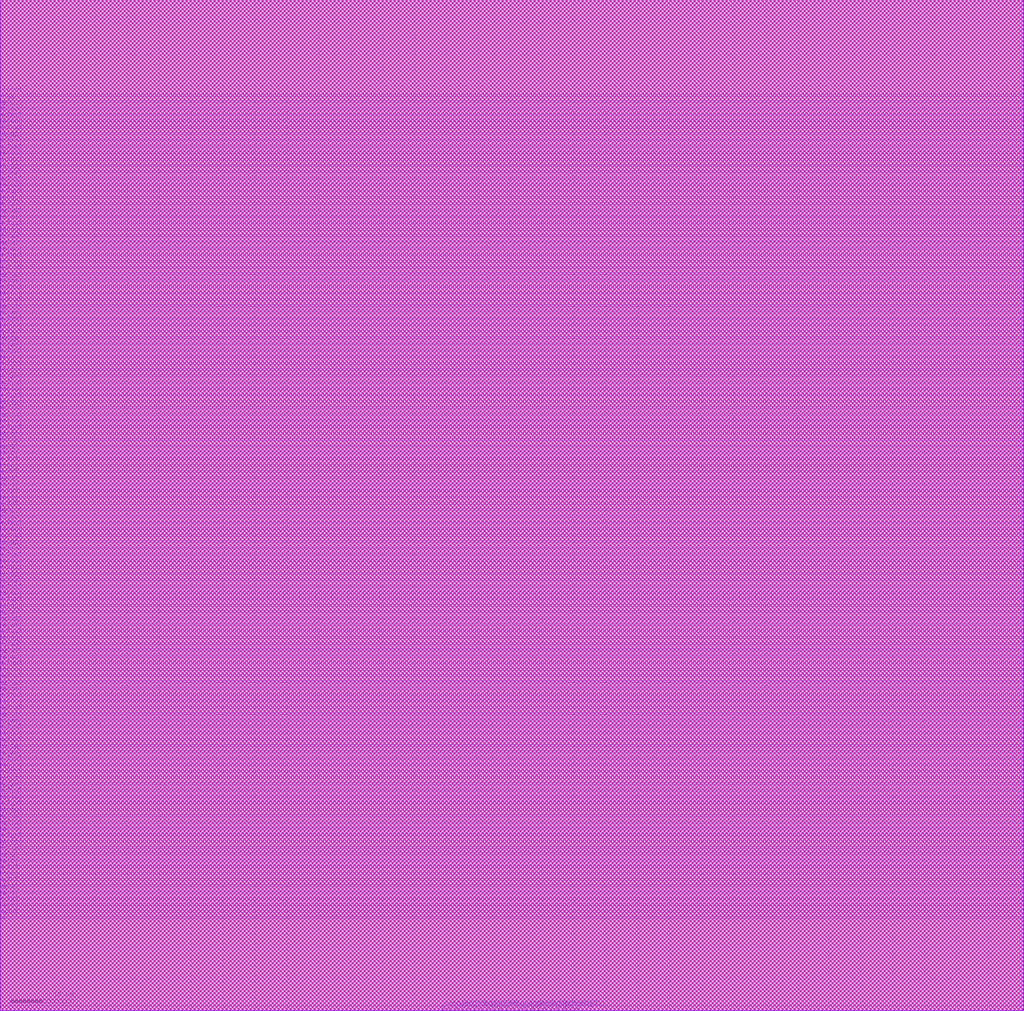
<source format=lef>
##
## LEF for PtnCells ;
## created by Innovus v15.23-s045_1 on Mon Mar 10 10:44:14 2025
##

VERSION 5.8 ;

BUSBITCHARS "[]" ;
DIVIDERCHAR "/" ;

MACRO mac_8in
  CLASS BLOCK ;
  SIZE 160.6000 BY 158.6000 ;
  FOREIGN mac_8in 0.0000 0.0000 ;
  ORIGIN 0 0 ;
  SYMMETRY X Y R90 ;
  PIN out[21]
    DIRECTION OUTPUT ;
    USE SIGNAL ;
    PORT
      LAYER M3 ;
        RECT 90.4500 0.0000 90.5500 0.6000 ;
    END
  END out[21]
  PIN out[20]
    DIRECTION OUTPUT ;
    USE SIGNAL ;
    PORT
      LAYER M3 ;
        RECT 89.4500 0.0000 89.5500 0.6000 ;
    END
  END out[20]
  PIN out[19]
    DIRECTION OUTPUT ;
    USE SIGNAL ;
    PORT
      LAYER M3 ;
        RECT 88.4500 0.0000 88.5500 0.6000 ;
    END
  END out[19]
  PIN out[18]
    DIRECTION OUTPUT ;
    USE SIGNAL ;
    PORT
      LAYER M3 ;
        RECT 87.4500 0.0000 87.5500 0.6000 ;
    END
  END out[18]
  PIN out[17]
    DIRECTION OUTPUT ;
    USE SIGNAL ;
    PORT
      LAYER M3 ;
        RECT 86.4500 0.0000 86.5500 0.6000 ;
    END
  END out[17]
  PIN out[16]
    DIRECTION OUTPUT ;
    USE SIGNAL ;
    PORT
      LAYER M3 ;
        RECT 85.4500 0.0000 85.5500 0.6000 ;
    END
  END out[16]
  PIN out[15]
    DIRECTION OUTPUT ;
    USE SIGNAL ;
    PORT
      LAYER M3 ;
        RECT 84.4500 0.0000 84.5500 0.6000 ;
    END
  END out[15]
  PIN out[14]
    DIRECTION OUTPUT ;
    USE SIGNAL ;
    PORT
      LAYER M3 ;
        RECT 83.4500 0.0000 83.5500 0.6000 ;
    END
  END out[14]
  PIN out[13]
    DIRECTION OUTPUT ;
    USE SIGNAL ;
    PORT
      LAYER M3 ;
        RECT 82.4500 0.0000 82.5500 0.6000 ;
    END
  END out[13]
  PIN out[12]
    DIRECTION OUTPUT ;
    USE SIGNAL ;
    PORT
      LAYER M3 ;
        RECT 81.4500 0.0000 81.5500 0.6000 ;
    END
  END out[12]
  PIN out[11]
    DIRECTION OUTPUT ;
    USE SIGNAL ;
    PORT
      LAYER M3 ;
        RECT 80.4500 0.0000 80.5500 0.6000 ;
    END
  END out[11]
  PIN out[10]
    DIRECTION OUTPUT ;
    USE SIGNAL ;
    PORT
      LAYER M3 ;
        RECT 79.4500 0.0000 79.5500 0.6000 ;
    END
  END out[10]
  PIN out[9]
    DIRECTION OUTPUT ;
    USE SIGNAL ;
    PORT
      LAYER M3 ;
        RECT 78.4500 0.0000 78.5500 0.6000 ;
    END
  END out[9]
  PIN out[8]
    DIRECTION OUTPUT ;
    USE SIGNAL ;
    PORT
      LAYER M3 ;
        RECT 77.4500 0.0000 77.5500 0.6000 ;
    END
  END out[8]
  PIN out[7]
    DIRECTION OUTPUT ;
    USE SIGNAL ;
    PORT
      LAYER M3 ;
        RECT 76.4500 0.0000 76.5500 0.6000 ;
    END
  END out[7]
  PIN out[6]
    DIRECTION OUTPUT ;
    USE SIGNAL ;
    PORT
      LAYER M3 ;
        RECT 75.4500 0.0000 75.5500 0.6000 ;
    END
  END out[6]
  PIN out[5]
    DIRECTION OUTPUT ;
    USE SIGNAL ;
    PORT
      LAYER M3 ;
        RECT 74.4500 0.0000 74.5500 0.6000 ;
    END
  END out[5]
  PIN out[4]
    DIRECTION OUTPUT ;
    USE SIGNAL ;
    PORT
      LAYER M3 ;
        RECT 73.4500 0.0000 73.5500 0.6000 ;
    END
  END out[4]
  PIN out[3]
    DIRECTION OUTPUT ;
    USE SIGNAL ;
    PORT
      LAYER M3 ;
        RECT 72.4500 0.0000 72.5500 0.6000 ;
    END
  END out[3]
  PIN out[2]
    DIRECTION OUTPUT ;
    USE SIGNAL ;
    PORT
      LAYER M3 ;
        RECT 71.4500 0.0000 71.5500 0.6000 ;
    END
  END out[2]
  PIN out[1]
    DIRECTION OUTPUT ;
    USE SIGNAL ;
    PORT
      LAYER M3 ;
        RECT 70.4500 0.0000 70.5500 0.6000 ;
    END
  END out[1]
  PIN out[0]
    DIRECTION OUTPUT ;
    USE SIGNAL ;
    PORT
      LAYER M3 ;
        RECT 69.4500 0.0000 69.5500 0.6000 ;
    END
  END out[0]
  PIN a[63]
    DIRECTION INPUT ;
    USE SIGNAL ;
    PORT
      LAYER M3 ;
        RECT 0.0000 77.5500 0.6000 77.6500 ;
    END
  END a[63]
  PIN a[62]
    DIRECTION INPUT ;
    USE SIGNAL ;
    PORT
      LAYER M3 ;
        RECT 0.0000 76.5500 0.6000 76.6500 ;
    END
  END a[62]
  PIN a[61]
    DIRECTION INPUT ;
    USE SIGNAL ;
    PORT
      LAYER M3 ;
        RECT 0.0000 75.5500 0.6000 75.6500 ;
    END
  END a[61]
  PIN a[60]
    DIRECTION INPUT ;
    USE SIGNAL ;
    PORT
      LAYER M3 ;
        RECT 0.0000 74.5500 0.6000 74.6500 ;
    END
  END a[60]
  PIN a[59]
    DIRECTION INPUT ;
    USE SIGNAL ;
    PORT
      LAYER M3 ;
        RECT 0.0000 73.5500 0.6000 73.6500 ;
    END
  END a[59]
  PIN a[58]
    DIRECTION INPUT ;
    USE SIGNAL ;
    PORT
      LAYER M3 ;
        RECT 0.0000 72.5500 0.6000 72.6500 ;
    END
  END a[58]
  PIN a[57]
    DIRECTION INPUT ;
    USE SIGNAL ;
    PORT
      LAYER M3 ;
        RECT 0.0000 71.5500 0.6000 71.6500 ;
    END
  END a[57]
  PIN a[56]
    DIRECTION INPUT ;
    USE SIGNAL ;
    PORT
      LAYER M3 ;
        RECT 0.0000 70.5500 0.6000 70.6500 ;
    END
  END a[56]
  PIN a[55]
    DIRECTION INPUT ;
    USE SIGNAL ;
    PORT
      LAYER M3 ;
        RECT 0.0000 69.5500 0.6000 69.6500 ;
    END
  END a[55]
  PIN a[54]
    DIRECTION INPUT ;
    USE SIGNAL ;
    PORT
      LAYER M3 ;
        RECT 0.0000 68.5500 0.6000 68.6500 ;
    END
  END a[54]
  PIN a[53]
    DIRECTION INPUT ;
    USE SIGNAL ;
    PORT
      LAYER M3 ;
        RECT 0.0000 67.5500 0.6000 67.6500 ;
    END
  END a[53]
  PIN a[52]
    DIRECTION INPUT ;
    USE SIGNAL ;
    PORT
      LAYER M3 ;
        RECT 0.0000 66.5500 0.6000 66.6500 ;
    END
  END a[52]
  PIN a[51]
    DIRECTION INPUT ;
    USE SIGNAL ;
    PORT
      LAYER M3 ;
        RECT 0.0000 65.5500 0.6000 65.6500 ;
    END
  END a[51]
  PIN a[50]
    DIRECTION INPUT ;
    USE SIGNAL ;
    PORT
      LAYER M3 ;
        RECT 0.0000 64.5500 0.6000 64.6500 ;
    END
  END a[50]
  PIN a[49]
    DIRECTION INPUT ;
    USE SIGNAL ;
    PORT
      LAYER M3 ;
        RECT 0.0000 63.5500 0.6000 63.6500 ;
    END
  END a[49]
  PIN a[48]
    DIRECTION INPUT ;
    USE SIGNAL ;
    PORT
      LAYER M3 ;
        RECT 0.0000 62.5500 0.6000 62.6500 ;
    END
  END a[48]
  PIN a[47]
    DIRECTION INPUT ;
    USE SIGNAL ;
    PORT
      LAYER M3 ;
        RECT 0.0000 61.5500 0.6000 61.6500 ;
    END
  END a[47]
  PIN a[46]
    DIRECTION INPUT ;
    USE SIGNAL ;
    PORT
      LAYER M3 ;
        RECT 0.0000 60.5500 0.6000 60.6500 ;
    END
  END a[46]
  PIN a[45]
    DIRECTION INPUT ;
    USE SIGNAL ;
    PORT
      LAYER M3 ;
        RECT 0.0000 59.5500 0.6000 59.6500 ;
    END
  END a[45]
  PIN a[44]
    DIRECTION INPUT ;
    USE SIGNAL ;
    PORT
      LAYER M3 ;
        RECT 0.0000 58.5500 0.6000 58.6500 ;
    END
  END a[44]
  PIN a[43]
    DIRECTION INPUT ;
    USE SIGNAL ;
    PORT
      LAYER M3 ;
        RECT 0.0000 57.5500 0.6000 57.6500 ;
    END
  END a[43]
  PIN a[42]
    DIRECTION INPUT ;
    USE SIGNAL ;
    PORT
      LAYER M3 ;
        RECT 0.0000 56.5500 0.6000 56.6500 ;
    END
  END a[42]
  PIN a[41]
    DIRECTION INPUT ;
    USE SIGNAL ;
    PORT
      LAYER M3 ;
        RECT 0.0000 55.5500 0.6000 55.6500 ;
    END
  END a[41]
  PIN a[40]
    DIRECTION INPUT ;
    USE SIGNAL ;
    PORT
      LAYER M3 ;
        RECT 0.0000 54.5500 0.6000 54.6500 ;
    END
  END a[40]
  PIN a[39]
    DIRECTION INPUT ;
    USE SIGNAL ;
    PORT
      LAYER M3 ;
        RECT 0.0000 53.5500 0.6000 53.6500 ;
    END
  END a[39]
  PIN a[38]
    DIRECTION INPUT ;
    USE SIGNAL ;
    PORT
      LAYER M3 ;
        RECT 0.0000 52.5500 0.6000 52.6500 ;
    END
  END a[38]
  PIN a[37]
    DIRECTION INPUT ;
    USE SIGNAL ;
    PORT
      LAYER M3 ;
        RECT 0.0000 51.5500 0.6000 51.6500 ;
    END
  END a[37]
  PIN a[36]
    DIRECTION INPUT ;
    USE SIGNAL ;
    PORT
      LAYER M3 ;
        RECT 0.0000 50.5500 0.6000 50.6500 ;
    END
  END a[36]
  PIN a[35]
    DIRECTION INPUT ;
    USE SIGNAL ;
    PORT
      LAYER M3 ;
        RECT 0.0000 49.5500 0.6000 49.6500 ;
    END
  END a[35]
  PIN a[34]
    DIRECTION INPUT ;
    USE SIGNAL ;
    PORT
      LAYER M3 ;
        RECT 0.0000 48.5500 0.6000 48.6500 ;
    END
  END a[34]
  PIN a[33]
    DIRECTION INPUT ;
    USE SIGNAL ;
    PORT
      LAYER M3 ;
        RECT 0.0000 47.5500 0.6000 47.6500 ;
    END
  END a[33]
  PIN a[32]
    DIRECTION INPUT ;
    USE SIGNAL ;
    PORT
      LAYER M3 ;
        RECT 0.0000 46.5500 0.6000 46.6500 ;
    END
  END a[32]
  PIN a[31]
    DIRECTION INPUT ;
    USE SIGNAL ;
    PORT
      LAYER M3 ;
        RECT 0.0000 45.5500 0.6000 45.6500 ;
    END
  END a[31]
  PIN a[30]
    DIRECTION INPUT ;
    USE SIGNAL ;
    PORT
      LAYER M3 ;
        RECT 0.0000 44.5500 0.6000 44.6500 ;
    END
  END a[30]
  PIN a[29]
    DIRECTION INPUT ;
    USE SIGNAL ;
    PORT
      LAYER M3 ;
        RECT 0.0000 43.5500 0.6000 43.6500 ;
    END
  END a[29]
  PIN a[28]
    DIRECTION INPUT ;
    USE SIGNAL ;
    PORT
      LAYER M3 ;
        RECT 0.0000 42.5500 0.6000 42.6500 ;
    END
  END a[28]
  PIN a[27]
    DIRECTION INPUT ;
    USE SIGNAL ;
    PORT
      LAYER M3 ;
        RECT 0.0000 41.5500 0.6000 41.6500 ;
    END
  END a[27]
  PIN a[26]
    DIRECTION INPUT ;
    USE SIGNAL ;
    PORT
      LAYER M3 ;
        RECT 0.0000 40.5500 0.6000 40.6500 ;
    END
  END a[26]
  PIN a[25]
    DIRECTION INPUT ;
    USE SIGNAL ;
    PORT
      LAYER M3 ;
        RECT 0.0000 39.5500 0.6000 39.6500 ;
    END
  END a[25]
  PIN a[24]
    DIRECTION INPUT ;
    USE SIGNAL ;
    PORT
      LAYER M3 ;
        RECT 0.0000 38.5500 0.6000 38.6500 ;
    END
  END a[24]
  PIN a[23]
    DIRECTION INPUT ;
    USE SIGNAL ;
    PORT
      LAYER M3 ;
        RECT 0.0000 37.5500 0.6000 37.6500 ;
    END
  END a[23]
  PIN a[22]
    DIRECTION INPUT ;
    USE SIGNAL ;
    PORT
      LAYER M3 ;
        RECT 0.0000 36.5500 0.6000 36.6500 ;
    END
  END a[22]
  PIN a[21]
    DIRECTION INPUT ;
    USE SIGNAL ;
    PORT
      LAYER M3 ;
        RECT 0.0000 35.5500 0.6000 35.6500 ;
    END
  END a[21]
  PIN a[20]
    DIRECTION INPUT ;
    USE SIGNAL ;
    PORT
      LAYER M3 ;
        RECT 0.0000 34.5500 0.6000 34.6500 ;
    END
  END a[20]
  PIN a[19]
    DIRECTION INPUT ;
    USE SIGNAL ;
    PORT
      LAYER M3 ;
        RECT 0.0000 33.5500 0.6000 33.6500 ;
    END
  END a[19]
  PIN a[18]
    DIRECTION INPUT ;
    USE SIGNAL ;
    PORT
      LAYER M3 ;
        RECT 0.0000 32.5500 0.6000 32.6500 ;
    END
  END a[18]
  PIN a[17]
    DIRECTION INPUT ;
    USE SIGNAL ;
    PORT
      LAYER M3 ;
        RECT 0.0000 31.5500 0.6000 31.6500 ;
    END
  END a[17]
  PIN a[16]
    DIRECTION INPUT ;
    USE SIGNAL ;
    PORT
      LAYER M3 ;
        RECT 0.0000 30.5500 0.6000 30.6500 ;
    END
  END a[16]
  PIN a[15]
    DIRECTION INPUT ;
    USE SIGNAL ;
    PORT
      LAYER M3 ;
        RECT 0.0000 29.5500 0.6000 29.6500 ;
    END
  END a[15]
  PIN a[14]
    DIRECTION INPUT ;
    USE SIGNAL ;
    PORT
      LAYER M3 ;
        RECT 0.0000 28.5500 0.6000 28.6500 ;
    END
  END a[14]
  PIN a[13]
    DIRECTION INPUT ;
    USE SIGNAL ;
    PORT
      LAYER M3 ;
        RECT 0.0000 27.5500 0.6000 27.6500 ;
    END
  END a[13]
  PIN a[12]
    DIRECTION INPUT ;
    USE SIGNAL ;
    PORT
      LAYER M3 ;
        RECT 0.0000 26.5500 0.6000 26.6500 ;
    END
  END a[12]
  PIN a[11]
    DIRECTION INPUT ;
    USE SIGNAL ;
    PORT
      LAYER M3 ;
        RECT 0.0000 25.5500 0.6000 25.6500 ;
    END
  END a[11]
  PIN a[10]
    DIRECTION INPUT ;
    USE SIGNAL ;
    PORT
      LAYER M3 ;
        RECT 0.0000 24.5500 0.6000 24.6500 ;
    END
  END a[10]
  PIN a[9]
    DIRECTION INPUT ;
    USE SIGNAL ;
    PORT
      LAYER M3 ;
        RECT 0.0000 23.5500 0.6000 23.6500 ;
    END
  END a[9]
  PIN a[8]
    DIRECTION INPUT ;
    USE SIGNAL ;
    PORT
      LAYER M3 ;
        RECT 0.0000 22.5500 0.6000 22.6500 ;
    END
  END a[8]
  PIN a[7]
    DIRECTION INPUT ;
    USE SIGNAL ;
    PORT
      LAYER M3 ;
        RECT 0.0000 21.5500 0.6000 21.6500 ;
    END
  END a[7]
  PIN a[6]
    DIRECTION INPUT ;
    USE SIGNAL ;
    PORT
      LAYER M3 ;
        RECT 0.0000 20.5500 0.6000 20.6500 ;
    END
  END a[6]
  PIN a[5]
    DIRECTION INPUT ;
    USE SIGNAL ;
    PORT
      LAYER M3 ;
        RECT 0.0000 19.5500 0.6000 19.6500 ;
    END
  END a[5]
  PIN a[4]
    DIRECTION INPUT ;
    USE SIGNAL ;
    PORT
      LAYER M3 ;
        RECT 0.0000 18.5500 0.6000 18.6500 ;
    END
  END a[4]
  PIN a[3]
    DIRECTION INPUT ;
    USE SIGNAL ;
    PORT
      LAYER M3 ;
        RECT 0.0000 17.5500 0.6000 17.6500 ;
    END
  END a[3]
  PIN a[2]
    DIRECTION INPUT ;
    USE SIGNAL ;
    PORT
      LAYER M3 ;
        RECT 0.0000 16.5500 0.6000 16.6500 ;
    END
  END a[2]
  PIN a[1]
    DIRECTION INPUT ;
    USE SIGNAL ;
    PORT
      LAYER M3 ;
        RECT 0.0000 15.5500 0.6000 15.6500 ;
    END
  END a[1]
  PIN a[0]
    DIRECTION INPUT ;
    USE SIGNAL ;
    PORT
      LAYER M3 ;
        RECT 0.0000 14.5500 0.6000 14.6500 ;
    END
  END a[0]
  PIN b[63]
    DIRECTION INPUT ;
    USE SIGNAL ;
    PORT
      LAYER M3 ;
        RECT 0.0000 141.5500 0.6000 141.6500 ;
    END
  END b[63]
  PIN b[62]
    DIRECTION INPUT ;
    USE SIGNAL ;
    PORT
      LAYER M3 ;
        RECT 0.0000 140.5500 0.6000 140.6500 ;
    END
  END b[62]
  PIN b[61]
    DIRECTION INPUT ;
    USE SIGNAL ;
    PORT
      LAYER M3 ;
        RECT 0.0000 139.5500 0.6000 139.6500 ;
    END
  END b[61]
  PIN b[60]
    DIRECTION INPUT ;
    USE SIGNAL ;
    PORT
      LAYER M3 ;
        RECT 0.0000 138.5500 0.6000 138.6500 ;
    END
  END b[60]
  PIN b[59]
    DIRECTION INPUT ;
    USE SIGNAL ;
    PORT
      LAYER M3 ;
        RECT 0.0000 137.5500 0.6000 137.6500 ;
    END
  END b[59]
  PIN b[58]
    DIRECTION INPUT ;
    USE SIGNAL ;
    PORT
      LAYER M3 ;
        RECT 0.0000 136.5500 0.6000 136.6500 ;
    END
  END b[58]
  PIN b[57]
    DIRECTION INPUT ;
    USE SIGNAL ;
    PORT
      LAYER M3 ;
        RECT 0.0000 135.5500 0.6000 135.6500 ;
    END
  END b[57]
  PIN b[56]
    DIRECTION INPUT ;
    USE SIGNAL ;
    PORT
      LAYER M3 ;
        RECT 0.0000 134.5500 0.6000 134.6500 ;
    END
  END b[56]
  PIN b[55]
    DIRECTION INPUT ;
    USE SIGNAL ;
    PORT
      LAYER M3 ;
        RECT 0.0000 133.5500 0.6000 133.6500 ;
    END
  END b[55]
  PIN b[54]
    DIRECTION INPUT ;
    USE SIGNAL ;
    PORT
      LAYER M3 ;
        RECT 0.0000 132.5500 0.6000 132.6500 ;
    END
  END b[54]
  PIN b[53]
    DIRECTION INPUT ;
    USE SIGNAL ;
    PORT
      LAYER M3 ;
        RECT 0.0000 131.5500 0.6000 131.6500 ;
    END
  END b[53]
  PIN b[52]
    DIRECTION INPUT ;
    USE SIGNAL ;
    PORT
      LAYER M3 ;
        RECT 0.0000 130.5500 0.6000 130.6500 ;
    END
  END b[52]
  PIN b[51]
    DIRECTION INPUT ;
    USE SIGNAL ;
    PORT
      LAYER M3 ;
        RECT 0.0000 129.5500 0.6000 129.6500 ;
    END
  END b[51]
  PIN b[50]
    DIRECTION INPUT ;
    USE SIGNAL ;
    PORT
      LAYER M3 ;
        RECT 0.0000 128.5500 0.6000 128.6500 ;
    END
  END b[50]
  PIN b[49]
    DIRECTION INPUT ;
    USE SIGNAL ;
    PORT
      LAYER M3 ;
        RECT 0.0000 127.5500 0.6000 127.6500 ;
    END
  END b[49]
  PIN b[48]
    DIRECTION INPUT ;
    USE SIGNAL ;
    PORT
      LAYER M3 ;
        RECT 0.0000 126.5500 0.6000 126.6500 ;
    END
  END b[48]
  PIN b[47]
    DIRECTION INPUT ;
    USE SIGNAL ;
    PORT
      LAYER M3 ;
        RECT 0.0000 125.5500 0.6000 125.6500 ;
    END
  END b[47]
  PIN b[46]
    DIRECTION INPUT ;
    USE SIGNAL ;
    PORT
      LAYER M3 ;
        RECT 0.0000 124.5500 0.6000 124.6500 ;
    END
  END b[46]
  PIN b[45]
    DIRECTION INPUT ;
    USE SIGNAL ;
    PORT
      LAYER M3 ;
        RECT 0.0000 123.5500 0.6000 123.6500 ;
    END
  END b[45]
  PIN b[44]
    DIRECTION INPUT ;
    USE SIGNAL ;
    PORT
      LAYER M3 ;
        RECT 0.0000 122.5500 0.6000 122.6500 ;
    END
  END b[44]
  PIN b[43]
    DIRECTION INPUT ;
    USE SIGNAL ;
    PORT
      LAYER M3 ;
        RECT 0.0000 121.5500 0.6000 121.6500 ;
    END
  END b[43]
  PIN b[42]
    DIRECTION INPUT ;
    USE SIGNAL ;
    PORT
      LAYER M3 ;
        RECT 0.0000 120.5500 0.6000 120.6500 ;
    END
  END b[42]
  PIN b[41]
    DIRECTION INPUT ;
    USE SIGNAL ;
    PORT
      LAYER M3 ;
        RECT 0.0000 119.5500 0.6000 119.6500 ;
    END
  END b[41]
  PIN b[40]
    DIRECTION INPUT ;
    USE SIGNAL ;
    PORT
      LAYER M3 ;
        RECT 0.0000 118.5500 0.6000 118.6500 ;
    END
  END b[40]
  PIN b[39]
    DIRECTION INPUT ;
    USE SIGNAL ;
    PORT
      LAYER M3 ;
        RECT 0.0000 117.5500 0.6000 117.6500 ;
    END
  END b[39]
  PIN b[38]
    DIRECTION INPUT ;
    USE SIGNAL ;
    PORT
      LAYER M3 ;
        RECT 0.0000 116.5500 0.6000 116.6500 ;
    END
  END b[38]
  PIN b[37]
    DIRECTION INPUT ;
    USE SIGNAL ;
    PORT
      LAYER M3 ;
        RECT 0.0000 115.5500 0.6000 115.6500 ;
    END
  END b[37]
  PIN b[36]
    DIRECTION INPUT ;
    USE SIGNAL ;
    PORT
      LAYER M3 ;
        RECT 0.0000 114.5500 0.6000 114.6500 ;
    END
  END b[36]
  PIN b[35]
    DIRECTION INPUT ;
    USE SIGNAL ;
    PORT
      LAYER M3 ;
        RECT 0.0000 113.5500 0.6000 113.6500 ;
    END
  END b[35]
  PIN b[34]
    DIRECTION INPUT ;
    USE SIGNAL ;
    PORT
      LAYER M3 ;
        RECT 0.0000 112.5500 0.6000 112.6500 ;
    END
  END b[34]
  PIN b[33]
    DIRECTION INPUT ;
    USE SIGNAL ;
    PORT
      LAYER M3 ;
        RECT 0.0000 111.5500 0.6000 111.6500 ;
    END
  END b[33]
  PIN b[32]
    DIRECTION INPUT ;
    USE SIGNAL ;
    PORT
      LAYER M3 ;
        RECT 0.0000 110.5500 0.6000 110.6500 ;
    END
  END b[32]
  PIN b[31]
    DIRECTION INPUT ;
    USE SIGNAL ;
    PORT
      LAYER M3 ;
        RECT 0.0000 109.5500 0.6000 109.6500 ;
    END
  END b[31]
  PIN b[30]
    DIRECTION INPUT ;
    USE SIGNAL ;
    PORT
      LAYER M3 ;
        RECT 0.0000 108.5500 0.6000 108.6500 ;
    END
  END b[30]
  PIN b[29]
    DIRECTION INPUT ;
    USE SIGNAL ;
    PORT
      LAYER M3 ;
        RECT 0.0000 107.5500 0.6000 107.6500 ;
    END
  END b[29]
  PIN b[28]
    DIRECTION INPUT ;
    USE SIGNAL ;
    PORT
      LAYER M3 ;
        RECT 0.0000 106.5500 0.6000 106.6500 ;
    END
  END b[28]
  PIN b[27]
    DIRECTION INPUT ;
    USE SIGNAL ;
    PORT
      LAYER M3 ;
        RECT 0.0000 105.5500 0.6000 105.6500 ;
    END
  END b[27]
  PIN b[26]
    DIRECTION INPUT ;
    USE SIGNAL ;
    PORT
      LAYER M3 ;
        RECT 0.0000 104.5500 0.6000 104.6500 ;
    END
  END b[26]
  PIN b[25]
    DIRECTION INPUT ;
    USE SIGNAL ;
    PORT
      LAYER M3 ;
        RECT 0.0000 103.5500 0.6000 103.6500 ;
    END
  END b[25]
  PIN b[24]
    DIRECTION INPUT ;
    USE SIGNAL ;
    PORT
      LAYER M3 ;
        RECT 0.0000 102.5500 0.6000 102.6500 ;
    END
  END b[24]
  PIN b[23]
    DIRECTION INPUT ;
    USE SIGNAL ;
    PORT
      LAYER M3 ;
        RECT 0.0000 101.5500 0.6000 101.6500 ;
    END
  END b[23]
  PIN b[22]
    DIRECTION INPUT ;
    USE SIGNAL ;
    PORT
      LAYER M3 ;
        RECT 0.0000 100.5500 0.6000 100.6500 ;
    END
  END b[22]
  PIN b[21]
    DIRECTION INPUT ;
    USE SIGNAL ;
    PORT
      LAYER M3 ;
        RECT 0.0000 99.5500 0.6000 99.6500 ;
    END
  END b[21]
  PIN b[20]
    DIRECTION INPUT ;
    USE SIGNAL ;
    PORT
      LAYER M3 ;
        RECT 0.0000 98.5500 0.6000 98.6500 ;
    END
  END b[20]
  PIN b[19]
    DIRECTION INPUT ;
    USE SIGNAL ;
    PORT
      LAYER M3 ;
        RECT 0.0000 97.5500 0.6000 97.6500 ;
    END
  END b[19]
  PIN b[18]
    DIRECTION INPUT ;
    USE SIGNAL ;
    PORT
      LAYER M3 ;
        RECT 0.0000 96.5500 0.6000 96.6500 ;
    END
  END b[18]
  PIN b[17]
    DIRECTION INPUT ;
    USE SIGNAL ;
    PORT
      LAYER M3 ;
        RECT 0.0000 95.5500 0.6000 95.6500 ;
    END
  END b[17]
  PIN b[16]
    DIRECTION INPUT ;
    USE SIGNAL ;
    PORT
      LAYER M3 ;
        RECT 0.0000 94.5500 0.6000 94.6500 ;
    END
  END b[16]
  PIN b[15]
    DIRECTION INPUT ;
    USE SIGNAL ;
    PORT
      LAYER M3 ;
        RECT 0.0000 93.5500 0.6000 93.6500 ;
    END
  END b[15]
  PIN b[14]
    DIRECTION INPUT ;
    USE SIGNAL ;
    PORT
      LAYER M3 ;
        RECT 0.0000 92.5500 0.6000 92.6500 ;
    END
  END b[14]
  PIN b[13]
    DIRECTION INPUT ;
    USE SIGNAL ;
    PORT
      LAYER M3 ;
        RECT 0.0000 91.5500 0.6000 91.6500 ;
    END
  END b[13]
  PIN b[12]
    DIRECTION INPUT ;
    USE SIGNAL ;
    PORT
      LAYER M3 ;
        RECT 0.0000 90.5500 0.6000 90.6500 ;
    END
  END b[12]
  PIN b[11]
    DIRECTION INPUT ;
    USE SIGNAL ;
    PORT
      LAYER M3 ;
        RECT 0.0000 89.5500 0.6000 89.6500 ;
    END
  END b[11]
  PIN b[10]
    DIRECTION INPUT ;
    USE SIGNAL ;
    PORT
      LAYER M3 ;
        RECT 0.0000 88.5500 0.6000 88.6500 ;
    END
  END b[10]
  PIN b[9]
    DIRECTION INPUT ;
    USE SIGNAL ;
    PORT
      LAYER M3 ;
        RECT 0.0000 87.5500 0.6000 87.6500 ;
    END
  END b[9]
  PIN b[8]
    DIRECTION INPUT ;
    USE SIGNAL ;
    PORT
      LAYER M3 ;
        RECT 0.0000 86.5500 0.6000 86.6500 ;
    END
  END b[8]
  PIN b[7]
    DIRECTION INPUT ;
    USE SIGNAL ;
    PORT
      LAYER M3 ;
        RECT 0.0000 85.5500 0.6000 85.6500 ;
    END
  END b[7]
  PIN b[6]
    DIRECTION INPUT ;
    USE SIGNAL ;
    PORT
      LAYER M3 ;
        RECT 0.0000 84.5500 0.6000 84.6500 ;
    END
  END b[6]
  PIN b[5]
    DIRECTION INPUT ;
    USE SIGNAL ;
    PORT
      LAYER M3 ;
        RECT 0.0000 83.5500 0.6000 83.6500 ;
    END
  END b[5]
  PIN b[4]
    DIRECTION INPUT ;
    USE SIGNAL ;
    PORT
      LAYER M3 ;
        RECT 0.0000 82.5500 0.6000 82.6500 ;
    END
  END b[4]
  PIN b[3]
    DIRECTION INPUT ;
    USE SIGNAL ;
    PORT
      LAYER M3 ;
        RECT 0.0000 81.5500 0.6000 81.6500 ;
    END
  END b[3]
  PIN b[2]
    DIRECTION INPUT ;
    USE SIGNAL ;
    PORT
      LAYER M3 ;
        RECT 0.0000 80.5500 0.6000 80.6500 ;
    END
  END b[2]
  PIN b[1]
    DIRECTION INPUT ;
    USE SIGNAL ;
    PORT
      LAYER M3 ;
        RECT 0.0000 79.5500 0.6000 79.6500 ;
    END
  END b[1]
  PIN b[0]
    DIRECTION INPUT ;
    USE SIGNAL ;
    PORT
      LAYER M3 ;
        RECT 0.0000 78.5500 0.6000 78.6500 ;
    END
  END b[0]
  PIN clk
    DIRECTION INPUT ;
    USE SIGNAL ;
    PORT
      LAYER M3 ;
        RECT 0.0000 142.5500 0.6000 142.6500 ;
    END
  END clk
  PIN reset
    DIRECTION INPUT ;
    USE SIGNAL ;
    PORT
      LAYER M3 ;
        RECT 0.0000 143.5500 0.6000 143.6500 ;
    END
  END reset
  OBS
    LAYER M1 ;
      RECT 0.0000 0.0000 160.6000 158.6000 ;
    LAYER M2 ;
      RECT 0.0000 0.0000 160.6000 158.6000 ;
    LAYER M3 ;
      RECT 0.0000 143.7500 160.6000 158.6000 ;
      RECT 0.7000 143.4500 160.6000 143.7500 ;
      RECT 0.0000 142.7500 160.6000 143.4500 ;
      RECT 0.7000 142.4500 160.6000 142.7500 ;
      RECT 0.0000 141.7500 160.6000 142.4500 ;
      RECT 0.7000 141.4500 160.6000 141.7500 ;
      RECT 0.0000 140.7500 160.6000 141.4500 ;
      RECT 0.7000 140.4500 160.6000 140.7500 ;
      RECT 0.0000 139.7500 160.6000 140.4500 ;
      RECT 0.7000 139.4500 160.6000 139.7500 ;
      RECT 0.0000 138.7500 160.6000 139.4500 ;
      RECT 0.7000 138.4500 160.6000 138.7500 ;
      RECT 0.0000 137.7500 160.6000 138.4500 ;
      RECT 0.7000 137.4500 160.6000 137.7500 ;
      RECT 0.0000 136.7500 160.6000 137.4500 ;
      RECT 0.7000 136.4500 160.6000 136.7500 ;
      RECT 0.0000 135.7500 160.6000 136.4500 ;
      RECT 0.7000 135.4500 160.6000 135.7500 ;
      RECT 0.0000 134.7500 160.6000 135.4500 ;
      RECT 0.7000 134.4500 160.6000 134.7500 ;
      RECT 0.0000 133.7500 160.6000 134.4500 ;
      RECT 0.7000 133.4500 160.6000 133.7500 ;
      RECT 0.0000 132.7500 160.6000 133.4500 ;
      RECT 0.7000 132.4500 160.6000 132.7500 ;
      RECT 0.0000 131.7500 160.6000 132.4500 ;
      RECT 0.7000 131.4500 160.6000 131.7500 ;
      RECT 0.0000 130.7500 160.6000 131.4500 ;
      RECT 0.7000 130.4500 160.6000 130.7500 ;
      RECT 0.0000 129.7500 160.6000 130.4500 ;
      RECT 0.7000 129.4500 160.6000 129.7500 ;
      RECT 0.0000 128.7500 160.6000 129.4500 ;
      RECT 0.7000 128.4500 160.6000 128.7500 ;
      RECT 0.0000 127.7500 160.6000 128.4500 ;
      RECT 0.7000 127.4500 160.6000 127.7500 ;
      RECT 0.0000 126.7500 160.6000 127.4500 ;
      RECT 0.7000 126.4500 160.6000 126.7500 ;
      RECT 0.0000 125.7500 160.6000 126.4500 ;
      RECT 0.7000 125.4500 160.6000 125.7500 ;
      RECT 0.0000 124.7500 160.6000 125.4500 ;
      RECT 0.7000 124.4500 160.6000 124.7500 ;
      RECT 0.0000 123.7500 160.6000 124.4500 ;
      RECT 0.7000 123.4500 160.6000 123.7500 ;
      RECT 0.0000 122.7500 160.6000 123.4500 ;
      RECT 0.7000 122.4500 160.6000 122.7500 ;
      RECT 0.0000 121.7500 160.6000 122.4500 ;
      RECT 0.7000 121.4500 160.6000 121.7500 ;
      RECT 0.0000 120.7500 160.6000 121.4500 ;
      RECT 0.7000 120.4500 160.6000 120.7500 ;
      RECT 0.0000 119.7500 160.6000 120.4500 ;
      RECT 0.7000 119.4500 160.6000 119.7500 ;
      RECT 0.0000 118.7500 160.6000 119.4500 ;
      RECT 0.7000 118.4500 160.6000 118.7500 ;
      RECT 0.0000 117.7500 160.6000 118.4500 ;
      RECT 0.7000 117.4500 160.6000 117.7500 ;
      RECT 0.0000 116.7500 160.6000 117.4500 ;
      RECT 0.7000 116.4500 160.6000 116.7500 ;
      RECT 0.0000 115.7500 160.6000 116.4500 ;
      RECT 0.7000 115.4500 160.6000 115.7500 ;
      RECT 0.0000 114.7500 160.6000 115.4500 ;
      RECT 0.7000 114.4500 160.6000 114.7500 ;
      RECT 0.0000 113.7500 160.6000 114.4500 ;
      RECT 0.7000 113.4500 160.6000 113.7500 ;
      RECT 0.0000 112.7500 160.6000 113.4500 ;
      RECT 0.7000 112.4500 160.6000 112.7500 ;
      RECT 0.0000 111.7500 160.6000 112.4500 ;
      RECT 0.7000 111.4500 160.6000 111.7500 ;
      RECT 0.0000 110.7500 160.6000 111.4500 ;
      RECT 0.7000 110.4500 160.6000 110.7500 ;
      RECT 0.0000 109.7500 160.6000 110.4500 ;
      RECT 0.7000 109.4500 160.6000 109.7500 ;
      RECT 0.0000 108.7500 160.6000 109.4500 ;
      RECT 0.7000 108.4500 160.6000 108.7500 ;
      RECT 0.0000 107.7500 160.6000 108.4500 ;
      RECT 0.7000 107.4500 160.6000 107.7500 ;
      RECT 0.0000 106.7500 160.6000 107.4500 ;
      RECT 0.7000 106.4500 160.6000 106.7500 ;
      RECT 0.0000 105.7500 160.6000 106.4500 ;
      RECT 0.7000 105.4500 160.6000 105.7500 ;
      RECT 0.0000 104.7500 160.6000 105.4500 ;
      RECT 0.7000 104.4500 160.6000 104.7500 ;
      RECT 0.0000 103.7500 160.6000 104.4500 ;
      RECT 0.7000 103.4500 160.6000 103.7500 ;
      RECT 0.0000 102.7500 160.6000 103.4500 ;
      RECT 0.7000 102.4500 160.6000 102.7500 ;
      RECT 0.0000 101.7500 160.6000 102.4500 ;
      RECT 0.7000 101.4500 160.6000 101.7500 ;
      RECT 0.0000 100.7500 160.6000 101.4500 ;
      RECT 0.7000 100.4500 160.6000 100.7500 ;
      RECT 0.0000 99.7500 160.6000 100.4500 ;
      RECT 0.7000 99.4500 160.6000 99.7500 ;
      RECT 0.0000 98.7500 160.6000 99.4500 ;
      RECT 0.7000 98.4500 160.6000 98.7500 ;
      RECT 0.0000 97.7500 160.6000 98.4500 ;
      RECT 0.7000 97.4500 160.6000 97.7500 ;
      RECT 0.0000 96.7500 160.6000 97.4500 ;
      RECT 0.7000 96.4500 160.6000 96.7500 ;
      RECT 0.0000 95.7500 160.6000 96.4500 ;
      RECT 0.7000 95.4500 160.6000 95.7500 ;
      RECT 0.0000 94.7500 160.6000 95.4500 ;
      RECT 0.7000 94.4500 160.6000 94.7500 ;
      RECT 0.0000 93.7500 160.6000 94.4500 ;
      RECT 0.7000 93.4500 160.6000 93.7500 ;
      RECT 0.0000 92.7500 160.6000 93.4500 ;
      RECT 0.7000 92.4500 160.6000 92.7500 ;
      RECT 0.0000 91.7500 160.6000 92.4500 ;
      RECT 0.7000 91.4500 160.6000 91.7500 ;
      RECT 0.0000 90.7500 160.6000 91.4500 ;
      RECT 0.7000 90.4500 160.6000 90.7500 ;
      RECT 0.0000 89.7500 160.6000 90.4500 ;
      RECT 0.7000 89.4500 160.6000 89.7500 ;
      RECT 0.0000 88.7500 160.6000 89.4500 ;
      RECT 0.7000 88.4500 160.6000 88.7500 ;
      RECT 0.0000 87.7500 160.6000 88.4500 ;
      RECT 0.7000 87.4500 160.6000 87.7500 ;
      RECT 0.0000 86.7500 160.6000 87.4500 ;
      RECT 0.7000 86.4500 160.6000 86.7500 ;
      RECT 0.0000 85.7500 160.6000 86.4500 ;
      RECT 0.7000 85.4500 160.6000 85.7500 ;
      RECT 0.0000 84.7500 160.6000 85.4500 ;
      RECT 0.7000 84.4500 160.6000 84.7500 ;
      RECT 0.0000 83.7500 160.6000 84.4500 ;
      RECT 0.7000 83.4500 160.6000 83.7500 ;
      RECT 0.0000 82.7500 160.6000 83.4500 ;
      RECT 0.7000 82.4500 160.6000 82.7500 ;
      RECT 0.0000 81.7500 160.6000 82.4500 ;
      RECT 0.7000 81.4500 160.6000 81.7500 ;
      RECT 0.0000 80.7500 160.6000 81.4500 ;
      RECT 0.7000 80.4500 160.6000 80.7500 ;
      RECT 0.0000 79.7500 160.6000 80.4500 ;
      RECT 0.7000 79.4500 160.6000 79.7500 ;
      RECT 0.0000 78.7500 160.6000 79.4500 ;
      RECT 0.7000 78.4500 160.6000 78.7500 ;
      RECT 0.0000 77.7500 160.6000 78.4500 ;
      RECT 0.7000 77.4500 160.6000 77.7500 ;
      RECT 0.0000 76.7500 160.6000 77.4500 ;
      RECT 0.7000 76.4500 160.6000 76.7500 ;
      RECT 0.0000 75.7500 160.6000 76.4500 ;
      RECT 0.7000 75.4500 160.6000 75.7500 ;
      RECT 0.0000 74.7500 160.6000 75.4500 ;
      RECT 0.7000 74.4500 160.6000 74.7500 ;
      RECT 0.0000 73.7500 160.6000 74.4500 ;
      RECT 0.7000 73.4500 160.6000 73.7500 ;
      RECT 0.0000 72.7500 160.6000 73.4500 ;
      RECT 0.7000 72.4500 160.6000 72.7500 ;
      RECT 0.0000 71.7500 160.6000 72.4500 ;
      RECT 0.7000 71.4500 160.6000 71.7500 ;
      RECT 0.0000 70.7500 160.6000 71.4500 ;
      RECT 0.7000 70.4500 160.6000 70.7500 ;
      RECT 0.0000 69.7500 160.6000 70.4500 ;
      RECT 0.7000 69.4500 160.6000 69.7500 ;
      RECT 0.0000 68.7500 160.6000 69.4500 ;
      RECT 0.7000 68.4500 160.6000 68.7500 ;
      RECT 0.0000 67.7500 160.6000 68.4500 ;
      RECT 0.7000 67.4500 160.6000 67.7500 ;
      RECT 0.0000 66.7500 160.6000 67.4500 ;
      RECT 0.7000 66.4500 160.6000 66.7500 ;
      RECT 0.0000 65.7500 160.6000 66.4500 ;
      RECT 0.7000 65.4500 160.6000 65.7500 ;
      RECT 0.0000 64.7500 160.6000 65.4500 ;
      RECT 0.7000 64.4500 160.6000 64.7500 ;
      RECT 0.0000 63.7500 160.6000 64.4500 ;
      RECT 0.7000 63.4500 160.6000 63.7500 ;
      RECT 0.0000 62.7500 160.6000 63.4500 ;
      RECT 0.7000 62.4500 160.6000 62.7500 ;
      RECT 0.0000 61.7500 160.6000 62.4500 ;
      RECT 0.7000 61.4500 160.6000 61.7500 ;
      RECT 0.0000 60.7500 160.6000 61.4500 ;
      RECT 0.7000 60.4500 160.6000 60.7500 ;
      RECT 0.0000 59.7500 160.6000 60.4500 ;
      RECT 0.7000 59.4500 160.6000 59.7500 ;
      RECT 0.0000 58.7500 160.6000 59.4500 ;
      RECT 0.7000 58.4500 160.6000 58.7500 ;
      RECT 0.0000 57.7500 160.6000 58.4500 ;
      RECT 0.7000 57.4500 160.6000 57.7500 ;
      RECT 0.0000 56.7500 160.6000 57.4500 ;
      RECT 0.7000 56.4500 160.6000 56.7500 ;
      RECT 0.0000 55.7500 160.6000 56.4500 ;
      RECT 0.7000 55.4500 160.6000 55.7500 ;
      RECT 0.0000 54.7500 160.6000 55.4500 ;
      RECT 0.7000 54.4500 160.6000 54.7500 ;
      RECT 0.0000 53.7500 160.6000 54.4500 ;
      RECT 0.7000 53.4500 160.6000 53.7500 ;
      RECT 0.0000 52.7500 160.6000 53.4500 ;
      RECT 0.7000 52.4500 160.6000 52.7500 ;
      RECT 0.0000 51.7500 160.6000 52.4500 ;
      RECT 0.7000 51.4500 160.6000 51.7500 ;
      RECT 0.0000 50.7500 160.6000 51.4500 ;
      RECT 0.7000 50.4500 160.6000 50.7500 ;
      RECT 0.0000 49.7500 160.6000 50.4500 ;
      RECT 0.7000 49.4500 160.6000 49.7500 ;
      RECT 0.0000 48.7500 160.6000 49.4500 ;
      RECT 0.7000 48.4500 160.6000 48.7500 ;
      RECT 0.0000 47.7500 160.6000 48.4500 ;
      RECT 0.7000 47.4500 160.6000 47.7500 ;
      RECT 0.0000 46.7500 160.6000 47.4500 ;
      RECT 0.7000 46.4500 160.6000 46.7500 ;
      RECT 0.0000 45.7500 160.6000 46.4500 ;
      RECT 0.7000 45.4500 160.6000 45.7500 ;
      RECT 0.0000 44.7500 160.6000 45.4500 ;
      RECT 0.7000 44.4500 160.6000 44.7500 ;
      RECT 0.0000 43.7500 160.6000 44.4500 ;
      RECT 0.7000 43.4500 160.6000 43.7500 ;
      RECT 0.0000 42.7500 160.6000 43.4500 ;
      RECT 0.7000 42.4500 160.6000 42.7500 ;
      RECT 0.0000 41.7500 160.6000 42.4500 ;
      RECT 0.7000 41.4500 160.6000 41.7500 ;
      RECT 0.0000 40.7500 160.6000 41.4500 ;
      RECT 0.7000 40.4500 160.6000 40.7500 ;
      RECT 0.0000 39.7500 160.6000 40.4500 ;
      RECT 0.7000 39.4500 160.6000 39.7500 ;
      RECT 0.0000 38.7500 160.6000 39.4500 ;
      RECT 0.7000 38.4500 160.6000 38.7500 ;
      RECT 0.0000 37.7500 160.6000 38.4500 ;
      RECT 0.7000 37.4500 160.6000 37.7500 ;
      RECT 0.0000 36.7500 160.6000 37.4500 ;
      RECT 0.7000 36.4500 160.6000 36.7500 ;
      RECT 0.0000 35.7500 160.6000 36.4500 ;
      RECT 0.7000 35.4500 160.6000 35.7500 ;
      RECT 0.0000 34.7500 160.6000 35.4500 ;
      RECT 0.7000 34.4500 160.6000 34.7500 ;
      RECT 0.0000 33.7500 160.6000 34.4500 ;
      RECT 0.7000 33.4500 160.6000 33.7500 ;
      RECT 0.0000 32.7500 160.6000 33.4500 ;
      RECT 0.7000 32.4500 160.6000 32.7500 ;
      RECT 0.0000 31.7500 160.6000 32.4500 ;
      RECT 0.7000 31.4500 160.6000 31.7500 ;
      RECT 0.0000 30.7500 160.6000 31.4500 ;
      RECT 0.7000 30.4500 160.6000 30.7500 ;
      RECT 0.0000 29.7500 160.6000 30.4500 ;
      RECT 0.7000 29.4500 160.6000 29.7500 ;
      RECT 0.0000 28.7500 160.6000 29.4500 ;
      RECT 0.7000 28.4500 160.6000 28.7500 ;
      RECT 0.0000 27.7500 160.6000 28.4500 ;
      RECT 0.7000 27.4500 160.6000 27.7500 ;
      RECT 0.0000 26.7500 160.6000 27.4500 ;
      RECT 0.7000 26.4500 160.6000 26.7500 ;
      RECT 0.0000 25.7500 160.6000 26.4500 ;
      RECT 0.7000 25.4500 160.6000 25.7500 ;
      RECT 0.0000 24.7500 160.6000 25.4500 ;
      RECT 0.7000 24.4500 160.6000 24.7500 ;
      RECT 0.0000 23.7500 160.6000 24.4500 ;
      RECT 0.7000 23.4500 160.6000 23.7500 ;
      RECT 0.0000 22.7500 160.6000 23.4500 ;
      RECT 0.7000 22.4500 160.6000 22.7500 ;
      RECT 0.0000 21.7500 160.6000 22.4500 ;
      RECT 0.7000 21.4500 160.6000 21.7500 ;
      RECT 0.0000 20.7500 160.6000 21.4500 ;
      RECT 0.7000 20.4500 160.6000 20.7500 ;
      RECT 0.0000 19.7500 160.6000 20.4500 ;
      RECT 0.7000 19.4500 160.6000 19.7500 ;
      RECT 0.0000 18.7500 160.6000 19.4500 ;
      RECT 0.7000 18.4500 160.6000 18.7500 ;
      RECT 0.0000 17.7500 160.6000 18.4500 ;
      RECT 0.7000 17.4500 160.6000 17.7500 ;
      RECT 0.0000 16.7500 160.6000 17.4500 ;
      RECT 0.7000 16.4500 160.6000 16.7500 ;
      RECT 0.0000 15.7500 160.6000 16.4500 ;
      RECT 0.7000 15.4500 160.6000 15.7500 ;
      RECT 0.0000 14.7500 160.6000 15.4500 ;
      RECT 0.7000 14.4500 160.6000 14.7500 ;
      RECT 0.0000 0.7600 160.6000 14.4500 ;
      RECT 90.7100 0.0000 160.6000 0.7600 ;
      RECT 89.7100 0.0000 90.2900 0.7600 ;
      RECT 88.7100 0.0000 89.2900 0.7600 ;
      RECT 87.7100 0.0000 88.2900 0.7600 ;
      RECT 86.7100 0.0000 87.2900 0.7600 ;
      RECT 85.7100 0.0000 86.2900 0.7600 ;
      RECT 84.7100 0.0000 85.2900 0.7600 ;
      RECT 83.7100 0.0000 84.2900 0.7600 ;
      RECT 82.7100 0.0000 83.2900 0.7600 ;
      RECT 81.7100 0.0000 82.2900 0.7600 ;
      RECT 80.7100 0.0000 81.2900 0.7600 ;
      RECT 79.7100 0.0000 80.2900 0.7600 ;
      RECT 78.7100 0.0000 79.2900 0.7600 ;
      RECT 77.7100 0.0000 78.2900 0.7600 ;
      RECT 76.7100 0.0000 77.2900 0.7600 ;
      RECT 75.7100 0.0000 76.2900 0.7600 ;
      RECT 74.7100 0.0000 75.2900 0.7600 ;
      RECT 73.7100 0.0000 74.2900 0.7600 ;
      RECT 72.7100 0.0000 73.2900 0.7600 ;
      RECT 71.7100 0.0000 72.2900 0.7600 ;
      RECT 70.7100 0.0000 71.2900 0.7600 ;
      RECT 69.7100 0.0000 70.2900 0.7600 ;
      RECT 0.0000 0.0000 69.2900 0.7600 ;
    LAYER M4 ;
      RECT 0.0000 0.0000 160.6000 158.6000 ;
    LAYER M5 ;
      RECT 0.0000 0.0000 160.6000 158.6000 ;
    LAYER M6 ;
      RECT 0.0000 0.0000 160.6000 158.6000 ;
    LAYER M7 ;
      RECT 0.0000 0.0000 160.6000 158.6000 ;
    LAYER M8 ;
      RECT 0.0000 0.0000 160.6000 158.6000 ;
  END
END mac_8in

END LIBRARY

</source>
